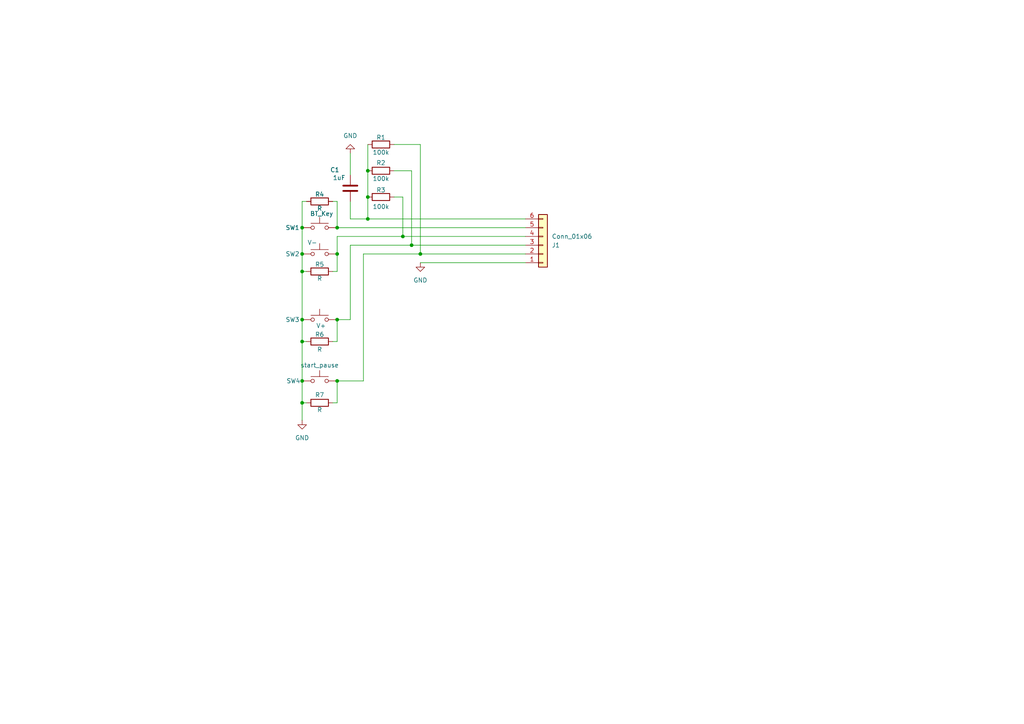
<source format=kicad_sch>
(kicad_sch (version 20250114) (generator "eeschema") (generator_version "9.0")
  (paper "A4")
  (title_block (title "BluetoothSpeakerKeyboard") (date "2025-03-04") (rev "001") (company "AvelTek"))
  (lib_symbols
    (symbol "Connector_Generic:Conn_01x06" (pin_names (offset 1.016) (hide yes))
      (property "Reference" "J" (at 0 7.62 0))
      (property "Value" "Conn_01x06" (at 0 -10.16 0))
      (symbol "Conn_01x06_1_1"
        (rectangle (start -1.27 6.35) (end 1.27 -8.89) (stroke (width 0.254)) (fill (type background)))
        (rectangle (start -1.27 5.207) (end 0 4.953) (stroke (width 0.1524)))
        (rectangle (start -1.27 2.667) (end 0 2.413) (stroke (width 0.1524)))
        (rectangle (start -1.27 0.127) (end 0 -0.127) (stroke (width 0.1524)))
        (rectangle (start -1.27 -2.413) (end 0 -2.667) (stroke (width 0.1524)))
        (rectangle (start -1.27 -4.953) (end 0 -5.207) (stroke (width 0.1524)))
        (rectangle (start -1.27 -7.493) (end 0 -7.747) (stroke (width 0.1524)))
        (pin passive line (at -5.08 5.08 0) (length 3.81) (name "Pin_1") (number "1"))
        (pin passive line (at -5.08 2.54 0) (length 3.81) (name "Pin_2") (number "2"))
        (pin passive line (at -5.08 0 0) (length 3.81) (name "Pin_3") (number "3"))
        (pin passive line (at -5.08 -2.54 0) (length 3.81) (name "Pin_4") (number "4"))
        (pin passive line (at -5.08 -5.08 0) (length 3.81) (name "Pin_5") (number "5"))
        (pin passive line (at -5.08 -7.62 0) (length 3.81) (name "Pin_6") (number "6"))
      )
    )
    (symbol "Device:C" (pin_numbers (hide yes)) (pin_names (offset 0.254))
      (property "Reference" "C" (at 0.635 2.54 0))
      (property "Value" "C" (at 0.635 -2.54 0))
      (symbol "C_0_1"
        (polyline (pts (xy -2.032 0.762) (xy 2.032 0.762)) (stroke (width 0.508)))
        (polyline (pts (xy -2.032 -0.762) (xy 2.032 -0.762)) (stroke (width 0.508)))
      )
      (symbol "C_1_1"
        (pin passive line (at 0 3.81 270) (length 2.794) (name "~") (number "1"))
        (pin passive line (at 0 -3.81 90) (length 2.794) (name "~") (number "2"))
      )
    )
    (symbol "Device:R" (pin_numbers (hide yes)) (pin_names (offset 0))
      (property "Reference" "R" (at 2.032 0 90))
      (property "Value" "R" (at 0 0 90))
      (symbol "R_0_1"
        (rectangle (start -1.016 -2.54) (end 1.016 2.54) (stroke (width 0.254)))
      )
      (symbol "R_1_1"
        (pin passive line (at 0 3.81 270) (length 1.27) (name "~") (number "1"))
        (pin passive line (at 0 -3.81 90) (length 1.27) (name "~") (number "2"))
      )
    )
    (symbol "Switch:SW_Push" (pin_numbers (hide yes)) (pin_names (offset 1.016) (hide yes))
      (property "Reference" "SW" (at 1.27 2.54 0))
      (property "Value" "SW_Push" (at 0 -1.524 0))
      (symbol "SW_Push_0_1"
        (circle (center -2.032 0) (radius 0.508))
        (polyline (pts (xy 0 1.27) (xy 0 3.048)))
        (circle (center 2.032 0) (radius 0.508))
        (polyline (pts (xy 2.54 1.27) (xy -2.54 1.27)))
        (pin passive line (at -5.08 0 0) (length 2.54) (name "1") (number "1"))
        (pin passive line (at 5.08 0 180) (length 2.54) (name "2") (number "2"))
      )
    )
    (symbol "power:GND" (power) (pin_numbers (hide yes)) (pin_names (offset 0) (hide yes))
      (property "Value" "GND" (at 0 -3.81 0))
      (symbol "GND_0_1"
        (polyline (pts (xy 0 0) (xy 0 -1.27) (xy 1.27 -1.27) (xy 0 -2.54) (xy -1.27 -1.27) (xy 0 -1.27)))
      )
      (symbol "GND_1_1"
        (pin power_in line (at 0 0 270) (length 0) (name "~") (number "1"))
      )
    )
  )
  (junction (at 116.84 68.58))
  (junction (at 87.63 73.66))
  (junction (at 87.63 99.06))
  (junction (at 106.68 49.53))
  (junction (at 87.63 66.04))
  (junction (at 87.63 116.84))
  (junction (at 97.79 110.49))
  (junction (at 87.63 92.71))
  (junction (at 119.38 71.12))
  (junction (at 106.68 63.5))
  (junction (at 87.63 110.49))
  (junction (at 97.79 92.71))
  (junction (at 121.92 73.66))
  (junction (at 106.68 57.15))
  (junction (at 87.63 78.74))
  (junction (at 97.79 66.04))
  (junction (at 97.79 73.66))
  (wire (pts (xy 97.79 58.42) (xy 97.79 66.04)))
  (wire (pts (xy 114.3 49.53) (xy 119.38 49.53)))
  (wire (pts (xy 97.79 116.84) (xy 97.79 110.49)))
  (wire (pts (xy 114.3 57.15) (xy 116.84 57.15)))
  (wire (pts (xy 87.63 92.71) (xy 87.63 99.06)))
  (wire (pts (xy 101.6 63.5) (xy 106.68 63.5)))
  (wire (pts (xy 96.52 116.84) (xy 97.79 116.84)))
  (wire (pts (xy 101.6 44.45) (xy 101.6 50.8)))
  (wire (pts (xy 87.63 116.84) (xy 87.63 121.92)))
  (wire (pts (xy 97.79 99.06) (xy 97.79 92.71)))
  (wire (pts (xy 97.79 92.71) (xy 101.6 92.71)))
  (wire (pts (xy 87.63 78.74) (xy 87.63 92.71)))
  (wire (pts (xy 97.79 78.74) (xy 96.52 78.74)))
  (wire (pts (xy 105.41 73.66) (xy 121.92 73.66)))
  (wire (pts (xy 87.63 99.06) (xy 88.9 99.06)))
  (wire (pts (xy 87.63 73.66) (xy 87.63 78.74)))
  (wire (pts (xy 97.79 68.58) (xy 116.84 68.58)))
  (wire (pts (xy 87.63 66.04) (xy 87.63 73.66)))
  (wire (pts (xy 116.84 57.15) (xy 116.84 68.58)))
  (wire (pts (xy 96.52 58.42) (xy 97.79 58.42)))
  (wire (pts (xy 87.63 78.74) (xy 88.9 78.74)))
  (wire (pts (xy 101.6 58.42) (xy 101.6 63.5)))
  (wire (pts (xy 87.63 110.49) (xy 87.63 116.84)))
  (wire (pts (xy 119.38 71.12) (xy 152.4 71.12)))
  (wire (pts (xy 97.79 73.66) (xy 97.79 78.74)))
  (wire (pts (xy 87.63 58.42) (xy 87.63 66.04)))
  (wire (pts (xy 96.52 99.06) (xy 97.79 99.06)))
  (wire (pts (xy 119.38 49.53) (xy 119.38 71.12)))
  (wire (pts (xy 106.68 41.91) (xy 106.68 49.53)))
  (wire (pts (xy 101.6 92.71) (xy 101.6 71.12)))
  (wire (pts (xy 97.79 66.04) (xy 152.4 66.04)))
  (wire (pts (xy 87.63 99.06) (xy 87.63 110.49)))
  (wire (pts (xy 121.92 41.91) (xy 121.92 73.66)))
  (wire (pts (xy 97.79 110.49) (xy 105.41 110.49)))
  (wire (pts (xy 101.6 71.12) (xy 119.38 71.12)))
  (wire (pts (xy 105.41 110.49) (xy 105.41 73.66)))
  (wire (pts (xy 121.92 76.2) (xy 152.4 76.2)))
  (wire (pts (xy 106.68 49.53) (xy 106.68 57.15)))
  (wire (pts (xy 87.63 116.84) (xy 88.9 116.84)))
  (wire (pts (xy 121.92 73.66) (xy 152.4 73.66)))
  (wire (pts (xy 97.79 73.66) (xy 97.79 68.58)))
  (wire (pts (xy 116.84 68.58) (xy 152.4 68.58)))
  (wire (pts (xy 106.68 57.15) (xy 106.68 63.5)))
  (wire (pts (xy 114.3 41.91) (xy 121.92 41.91)))
  (wire (pts (xy 106.68 63.5) (xy 152.4 63.5)))
  (wire (pts (xy 88.9 58.42) (xy 87.63 58.42)))
  (symbol (lib_id "Device:R") (at 110.49 57.15 90) (unit 1)
    (property "Reference" "R3" (at 110.49 55.118 90))
    (property "Value" "100k" (at 110.49 59.944 90))
    (property "Footprint" "Resistor_SMD:R_0805_2012Metric" (effects (hide yes)))
    (property "Description" "Resistor" (effects (hide yes)))
  )
  (symbol (lib_id "Device:C") (at 101.6 54.61 0) (unit 1)
    (property "Reference" "C1" (at 95.758 49.276 0) (effects (justify left)))
    (property "Value" "1uF" (at 96.52 51.562 0) (effects (justify left)))
    (property "Footprint" "Capacitor_SMD:C_0805_2012Metric" (effects (hide yes)))
    (property "Description" "Unpolarized capacitor" (effects (hide yes)))
  )
  (symbol (lib_id "Switch:SW_Push") (at 92.71 66.04 0) (unit 1)
    (property "Reference" "SW1" (at 82.804 66.04 0) (effects (justify left)))
    (property "Value" "BT_Key" (at 89.916 61.976 0) (effects (justify left)))
    (property "Footprint" "Button_Switch_SMD:SW_Push_1P1T_XKB_TS-1187A" (effects (hide yes)))
    (property "Description" "Push button switch, generic, two pins" (effects (hide yes)))
  )
  (symbol (lib_id "Switch:SW_Push") (at 92.71 73.66 0) (unit 1)
    (property "Reference" "SW2" (at 82.804 73.66 0) (effects (justify left)))
    (property "Value" "V-" (at 89.154 70.358 0) (effects (justify left)))
    (property "Footprint" "Button_Switch_SMD:SW_Push_1P1T_XKB_TS-1187A" (effects (hide yes)))
    (property "Description" "Push button switch, generic, two pins" (effects (hide yes)))
  )
  (symbol (lib_id "Device:R") (at 110.49 41.91 90) (unit 1)
    (property "Reference" "R1" (at 110.49 39.878 90))
    (property "Value" "100k" (at 110.49 44.196 90))
    (property "Footprint" "Resistor_SMD:R_0805_2012Metric" (effects (hide yes)))
    (property "Description" "Resistor" (effects (hide yes)))
  )
  (symbol (lib_id "Switch:SW_Push") (at 92.71 110.49 0) (unit 1)
    (property "Reference" "SW4" (at 83.058 110.49 0) (effects (justify left)))
    (property "Value" "start_pause" (at 92.71 105.918 0))
    (property "Footprint" "Button_Switch_SMD:SW_Push_1P1T_XKB_TS-1187A" (effects (hide yes)))
    (property "Description" "Push button switch, generic, two pins" (effects (hide yes)))
  )
  (symbol (lib_id "Device:R") (at 110.49 49.53 90) (unit 1)
    (property "Reference" "R2" (at 110.49 47.244 90))
    (property "Value" "100k" (at 110.49 51.816 90))
    (property "Footprint" "Resistor_SMD:R_0805_2012Metric" (effects (hide yes)))
    (property "Description" "Resistor" (effects (hide yes)))
  )
  (symbol (lib_id "Switch:SW_Push") (at 92.71 92.71 0) (unit 1)
    (property "Reference" "SW3" (at 82.804 92.71 0) (effects (justify left)))
    (property "Value" "V+" (at 91.694 94.488 0) (effects (justify left)))
    (property "Footprint" "Button_Switch_SMD:SW_Push_1P1T_XKB_TS-1187A" (effects (hide yes)))
    (property "Description" "Push button switch, generic, two pins" (effects (hide yes)))
  )
  (symbol (lib_id "Device:R") (at 92.71 78.74 90) (unit 1)
    (property "Reference" "R5" (at 92.71 76.708 90))
    (property "Value" "R" (at 92.71 80.772 90))
    (property "Footprint" "Resistor_SMD:R_0805_2012Metric" (effects (hide yes)))
    (property "Description" "Resistor" (effects (hide yes)))
  )
  (symbol (lib_id "Device:R") (at 92.71 58.42 90) (unit 1)
    (property "Reference" "R4" (at 92.71 56.388 90))
    (property "Value" "R" (at 92.71 60.452 90))
    (property "Footprint" "Resistor_SMD:R_0805_2012Metric" (effects (hide yes)))
    (property "Description" "Resistor" (effects (hide yes)))
  )
  (symbol (lib_id "power:GND") (at 121.92 76.2 0) (unit 1)
    (property "Reference" "#PWR01" (effects (hide yes)))
    (property "Value" "GND" (at 121.92 81.28 0))
    (property "Description" "Power symbol creates a global label with name \"GND\" , ground" (effects (hide yes)))
  )
  (symbol (lib_id "power:GND") (at 87.63 121.92 0) (unit 1)
    (property "Reference" "#PWR03" (effects (hide yes)))
    (property "Value" "GND" (at 87.63 127 0))
    (property "Description" "Power symbol creates a global label with name \"GND\" , ground" (effects (hide yes)))
  )
  (symbol (lib_id "power:GND") (at 101.6 44.45 180) (unit 1)
    (property "Reference" "#PWR02" (effects (hide yes)))
    (property "Value" "GND" (at 101.6 39.37 0))
    (property "Description" "Power symbol creates a global label with name \"GND\" , ground" (effects (hide yes)))
  )
  (symbol (lib_id "Device:R") (at 92.71 99.06 90) (unit 1)
    (property "Reference" "R6" (at 92.71 97.028 90))
    (property "Value" "R" (at 92.71 101.346 90))
    (property "Footprint" "Resistor_SMD:R_0805_2012Metric" (effects (hide yes)))
    (property "Description" "Resistor" (effects (hide yes)))
  )
  (symbol (lib_id "Connector_Generic:Conn_01x06") (at 157.48 71.12 0) (mirror x) (unit 1)
    (property "Reference" "J1" (at 160.02 71.1201 0) (effects (justify left)))
    (property "Value" "Conn_01x06" (at 160.02 68.5801 0) (effects (justify left)))
    (property "Footprint" "Connector_JST:JST_SH_BM06B-SRSS-TB_1x06-1MP_P1.00mm_Vertical" (effects (hide yes)))
    (property "Description" "Generic connector, single row, 01x06, script generated (kicad-library-utils/schlib/autogen/connector/)" (effects (hide yes)))
  )
  (symbol (lib_id "Device:R") (at 92.71 116.84 90) (unit 1)
    (property "Reference" "R7" (at 92.71 114.554 90))
    (property "Value" "R" (at 92.71 118.872 90))
    (property "Footprint" "Resistor_SMD:R_0805_2012Metric" (effects (hide yes)))
    (property "Description" "Resistor" (effects (hide yes)))
  )
)
</source>
